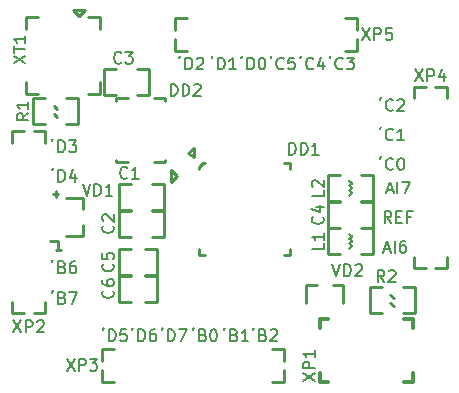
<source format=gbr>
G04 #@! TF.GenerationSoftware,KiCad,Pcbnew,(5.0.0-3-g5ebb6b6)*
G04 #@! TF.CreationDate,2019-02-10T22:35:18+03:00*
G04 #@! TF.ProjectId,mad,6D61642E6B696361645F706362000000,rev?*
G04 #@! TF.SameCoordinates,Original*
G04 #@! TF.FileFunction,Legend,Top*
G04 #@! TF.FilePolarity,Positive*
%FSLAX46Y46*%
G04 Gerber Fmt 4.6, Leading zero omitted, Abs format (unit mm)*
G04 Created by KiCad (PCBNEW (5.0.0-3-g5ebb6b6)) date *
%MOMM*%
%LPD*%
G01*
G04 APERTURE LIST*
%ADD10C,0.250000*%
%ADD11C,0.200000*%
%ADD12C,0.300000*%
G04 APERTURE END LIST*
D10*
X54500000Y-59750000D02*
X54500000Y-60250000D01*
X54250000Y-60000000D02*
X54750000Y-60000000D01*
X54750000Y-64750000D02*
X55000000Y-64750000D01*
X54750000Y-64750000D02*
X54500000Y-64750000D01*
X54750000Y-64000000D02*
X54750000Y-64750000D01*
X54000000Y-64000000D02*
X54750000Y-64000000D01*
D11*
X54226190Y-68340000D02*
X54226190Y-68292380D01*
X54273809Y-68197142D01*
X54321428Y-68149523D01*
X55083333Y-68768571D02*
X55226190Y-68816190D01*
X55273809Y-68863809D01*
X55321428Y-68959047D01*
X55321428Y-69101904D01*
X55273809Y-69197142D01*
X55226190Y-69244761D01*
X55130952Y-69292380D01*
X54750000Y-69292380D01*
X54750000Y-68292380D01*
X55083333Y-68292380D01*
X55178571Y-68340000D01*
X55226190Y-68387619D01*
X55273809Y-68482857D01*
X55273809Y-68578095D01*
X55226190Y-68673333D01*
X55178571Y-68720952D01*
X55083333Y-68768571D01*
X54750000Y-68768571D01*
X55654761Y-68292380D02*
X56321428Y-68292380D01*
X55892857Y-69292380D01*
X54226190Y-65750000D02*
X54226190Y-65702380D01*
X54273809Y-65607142D01*
X54321428Y-65559523D01*
X55083333Y-66178571D02*
X55226190Y-66226190D01*
X55273809Y-66273809D01*
X55321428Y-66369047D01*
X55321428Y-66511904D01*
X55273809Y-66607142D01*
X55226190Y-66654761D01*
X55130952Y-66702380D01*
X54750000Y-66702380D01*
X54750000Y-65702380D01*
X55083333Y-65702380D01*
X55178571Y-65750000D01*
X55226190Y-65797619D01*
X55273809Y-65892857D01*
X55273809Y-65988095D01*
X55226190Y-66083333D01*
X55178571Y-66130952D01*
X55083333Y-66178571D01*
X54750000Y-66178571D01*
X56178571Y-65702380D02*
X55988095Y-65702380D01*
X55892857Y-65750000D01*
X55845238Y-65797619D01*
X55750000Y-65940476D01*
X55702380Y-66130952D01*
X55702380Y-66511904D01*
X55750000Y-66607142D01*
X55797619Y-66654761D01*
X55892857Y-66702380D01*
X56083333Y-66702380D01*
X56178571Y-66654761D01*
X56226190Y-66607142D01*
X56273809Y-66511904D01*
X56273809Y-66273809D01*
X56226190Y-66178571D01*
X56178571Y-66130952D01*
X56083333Y-66083333D01*
X55892857Y-66083333D01*
X55797619Y-66130952D01*
X55750000Y-66178571D01*
X55702380Y-66273809D01*
X54226190Y-58000000D02*
X54226190Y-57952380D01*
X54273809Y-57857142D01*
X54321428Y-57809523D01*
X54750000Y-58952380D02*
X54750000Y-57952380D01*
X54988095Y-57952380D01*
X55130952Y-58000000D01*
X55226190Y-58095238D01*
X55273809Y-58190476D01*
X55321428Y-58380952D01*
X55321428Y-58523809D01*
X55273809Y-58714285D01*
X55226190Y-58809523D01*
X55130952Y-58904761D01*
X54988095Y-58952380D01*
X54750000Y-58952380D01*
X56178571Y-58285714D02*
X56178571Y-58952380D01*
X55940476Y-57904761D02*
X55702380Y-58619047D01*
X56321428Y-58619047D01*
X54226190Y-55500000D02*
X54226190Y-55452380D01*
X54273809Y-55357142D01*
X54321428Y-55309523D01*
X54750000Y-56452380D02*
X54750000Y-55452380D01*
X54988095Y-55452380D01*
X55130952Y-55500000D01*
X55226190Y-55595238D01*
X55273809Y-55690476D01*
X55321428Y-55880952D01*
X55321428Y-56023809D01*
X55273809Y-56214285D01*
X55226190Y-56309523D01*
X55130952Y-56404761D01*
X54988095Y-56452380D01*
X54750000Y-56452380D01*
X55654761Y-55452380D02*
X56273809Y-55452380D01*
X55940476Y-55833333D01*
X56083333Y-55833333D01*
X56178571Y-55880952D01*
X56226190Y-55928571D01*
X56273809Y-56023809D01*
X56273809Y-56261904D01*
X56226190Y-56357142D01*
X56178571Y-56404761D01*
X56083333Y-56452380D01*
X55797619Y-56452380D01*
X55702380Y-56404761D01*
X55654761Y-56357142D01*
X58496190Y-71500000D02*
X58496190Y-71452380D01*
X58543809Y-71357142D01*
X58591428Y-71309523D01*
X59020000Y-72452380D02*
X59020000Y-71452380D01*
X59258095Y-71452380D01*
X59400952Y-71500000D01*
X59496190Y-71595238D01*
X59543809Y-71690476D01*
X59591428Y-71880952D01*
X59591428Y-72023809D01*
X59543809Y-72214285D01*
X59496190Y-72309523D01*
X59400952Y-72404761D01*
X59258095Y-72452380D01*
X59020000Y-72452380D01*
X60496190Y-71452380D02*
X60020000Y-71452380D01*
X59972380Y-71928571D01*
X60020000Y-71880952D01*
X60115238Y-71833333D01*
X60353333Y-71833333D01*
X60448571Y-71880952D01*
X60496190Y-71928571D01*
X60543809Y-72023809D01*
X60543809Y-72261904D01*
X60496190Y-72357142D01*
X60448571Y-72404761D01*
X60353333Y-72452380D01*
X60115238Y-72452380D01*
X60020000Y-72404761D01*
X59972380Y-72357142D01*
X60996190Y-71500000D02*
X60996190Y-71452380D01*
X61043809Y-71357142D01*
X61091428Y-71309523D01*
X61520000Y-72452380D02*
X61520000Y-71452380D01*
X61758095Y-71452380D01*
X61900952Y-71500000D01*
X61996190Y-71595238D01*
X62043809Y-71690476D01*
X62091428Y-71880952D01*
X62091428Y-72023809D01*
X62043809Y-72214285D01*
X61996190Y-72309523D01*
X61900952Y-72404761D01*
X61758095Y-72452380D01*
X61520000Y-72452380D01*
X62948571Y-71452380D02*
X62758095Y-71452380D01*
X62662857Y-71500000D01*
X62615238Y-71547619D01*
X62520000Y-71690476D01*
X62472380Y-71880952D01*
X62472380Y-72261904D01*
X62520000Y-72357142D01*
X62567619Y-72404761D01*
X62662857Y-72452380D01*
X62853333Y-72452380D01*
X62948571Y-72404761D01*
X62996190Y-72357142D01*
X63043809Y-72261904D01*
X63043809Y-72023809D01*
X62996190Y-71928571D01*
X62948571Y-71880952D01*
X62853333Y-71833333D01*
X62662857Y-71833333D01*
X62567619Y-71880952D01*
X62520000Y-71928571D01*
X62472380Y-72023809D01*
X63496190Y-71500000D02*
X63496190Y-71452380D01*
X63543809Y-71357142D01*
X63591428Y-71309523D01*
X64020000Y-72452380D02*
X64020000Y-71452380D01*
X64258095Y-71452380D01*
X64400952Y-71500000D01*
X64496190Y-71595238D01*
X64543809Y-71690476D01*
X64591428Y-71880952D01*
X64591428Y-72023809D01*
X64543809Y-72214285D01*
X64496190Y-72309523D01*
X64400952Y-72404761D01*
X64258095Y-72452380D01*
X64020000Y-72452380D01*
X64924761Y-71452380D02*
X65591428Y-71452380D01*
X65162857Y-72452380D01*
X66116190Y-71500000D02*
X66116190Y-71452380D01*
X66163809Y-71357142D01*
X66211428Y-71309523D01*
X66973333Y-71928571D02*
X67116190Y-71976190D01*
X67163809Y-72023809D01*
X67211428Y-72119047D01*
X67211428Y-72261904D01*
X67163809Y-72357142D01*
X67116190Y-72404761D01*
X67020952Y-72452380D01*
X66640000Y-72452380D01*
X66640000Y-71452380D01*
X66973333Y-71452380D01*
X67068571Y-71500000D01*
X67116190Y-71547619D01*
X67163809Y-71642857D01*
X67163809Y-71738095D01*
X67116190Y-71833333D01*
X67068571Y-71880952D01*
X66973333Y-71928571D01*
X66640000Y-71928571D01*
X67830476Y-71452380D02*
X67925714Y-71452380D01*
X68020952Y-71500000D01*
X68068571Y-71547619D01*
X68116190Y-71642857D01*
X68163809Y-71833333D01*
X68163809Y-72071428D01*
X68116190Y-72261904D01*
X68068571Y-72357142D01*
X68020952Y-72404761D01*
X67925714Y-72452380D01*
X67830476Y-72452380D01*
X67735238Y-72404761D01*
X67687619Y-72357142D01*
X67640000Y-72261904D01*
X67592380Y-72071428D01*
X67592380Y-71833333D01*
X67640000Y-71642857D01*
X67687619Y-71547619D01*
X67735238Y-71500000D01*
X67830476Y-71452380D01*
X68776190Y-71500000D02*
X68776190Y-71452380D01*
X68823809Y-71357142D01*
X68871428Y-71309523D01*
X69633333Y-71928571D02*
X69776190Y-71976190D01*
X69823809Y-72023809D01*
X69871428Y-72119047D01*
X69871428Y-72261904D01*
X69823809Y-72357142D01*
X69776190Y-72404761D01*
X69680952Y-72452380D01*
X69300000Y-72452380D01*
X69300000Y-71452380D01*
X69633333Y-71452380D01*
X69728571Y-71500000D01*
X69776190Y-71547619D01*
X69823809Y-71642857D01*
X69823809Y-71738095D01*
X69776190Y-71833333D01*
X69728571Y-71880952D01*
X69633333Y-71928571D01*
X69300000Y-71928571D01*
X70823809Y-72452380D02*
X70252380Y-72452380D01*
X70538095Y-72452380D02*
X70538095Y-71452380D01*
X70442857Y-71595238D01*
X70347619Y-71690476D01*
X70252380Y-71738095D01*
X71226190Y-71500000D02*
X71226190Y-71452380D01*
X71273809Y-71357142D01*
X71321428Y-71309523D01*
X72083333Y-71928571D02*
X72226190Y-71976190D01*
X72273809Y-72023809D01*
X72321428Y-72119047D01*
X72321428Y-72261904D01*
X72273809Y-72357142D01*
X72226190Y-72404761D01*
X72130952Y-72452380D01*
X71750000Y-72452380D01*
X71750000Y-71452380D01*
X72083333Y-71452380D01*
X72178571Y-71500000D01*
X72226190Y-71547619D01*
X72273809Y-71642857D01*
X72273809Y-71738095D01*
X72226190Y-71833333D01*
X72178571Y-71880952D01*
X72083333Y-71928571D01*
X71750000Y-71928571D01*
X72702380Y-71547619D02*
X72750000Y-71500000D01*
X72845238Y-71452380D01*
X73083333Y-71452380D01*
X73178571Y-71500000D01*
X73226190Y-71547619D01*
X73273809Y-71642857D01*
X73273809Y-71738095D01*
X73226190Y-71880952D01*
X72654761Y-72452380D01*
X73273809Y-72452380D01*
X81976190Y-52000000D02*
X81976190Y-51952380D01*
X82023809Y-51857142D01*
X82071428Y-51809523D01*
X83071428Y-52857142D02*
X83023809Y-52904761D01*
X82880952Y-52952380D01*
X82785714Y-52952380D01*
X82642857Y-52904761D01*
X82547619Y-52809523D01*
X82500000Y-52714285D01*
X82452380Y-52523809D01*
X82452380Y-52380952D01*
X82500000Y-52190476D01*
X82547619Y-52095238D01*
X82642857Y-52000000D01*
X82785714Y-51952380D01*
X82880952Y-51952380D01*
X83023809Y-52000000D01*
X83071428Y-52047619D01*
X83452380Y-52047619D02*
X83500000Y-52000000D01*
X83595238Y-51952380D01*
X83833333Y-51952380D01*
X83928571Y-52000000D01*
X83976190Y-52047619D01*
X84023809Y-52142857D01*
X84023809Y-52238095D01*
X83976190Y-52380952D01*
X83404761Y-52952380D01*
X84023809Y-52952380D01*
X81976190Y-54500000D02*
X81976190Y-54452380D01*
X82023809Y-54357142D01*
X82071428Y-54309523D01*
X83071428Y-55357142D02*
X83023809Y-55404761D01*
X82880952Y-55452380D01*
X82785714Y-55452380D01*
X82642857Y-55404761D01*
X82547619Y-55309523D01*
X82500000Y-55214285D01*
X82452380Y-55023809D01*
X82452380Y-54880952D01*
X82500000Y-54690476D01*
X82547619Y-54595238D01*
X82642857Y-54500000D01*
X82785714Y-54452380D01*
X82880952Y-54452380D01*
X83023809Y-54500000D01*
X83071428Y-54547619D01*
X84023809Y-55452380D02*
X83452380Y-55452380D01*
X83738095Y-55452380D02*
X83738095Y-54452380D01*
X83642857Y-54595238D01*
X83547619Y-54690476D01*
X83452380Y-54738095D01*
X81976190Y-57000000D02*
X81976190Y-56952380D01*
X82023809Y-56857142D01*
X82071428Y-56809523D01*
X83071428Y-57857142D02*
X83023809Y-57904761D01*
X82880952Y-57952380D01*
X82785714Y-57952380D01*
X82642857Y-57904761D01*
X82547619Y-57809523D01*
X82500000Y-57714285D01*
X82452380Y-57523809D01*
X82452380Y-57380952D01*
X82500000Y-57190476D01*
X82547619Y-57095238D01*
X82642857Y-57000000D01*
X82785714Y-56952380D01*
X82880952Y-56952380D01*
X83023809Y-57000000D01*
X83071428Y-57047619D01*
X83690476Y-56952380D02*
X83785714Y-56952380D01*
X83880952Y-57000000D01*
X83928571Y-57047619D01*
X83976190Y-57142857D01*
X84023809Y-57333333D01*
X84023809Y-57571428D01*
X83976190Y-57761904D01*
X83928571Y-57857142D01*
X83880952Y-57904761D01*
X83785714Y-57952380D01*
X83690476Y-57952380D01*
X83595238Y-57904761D01*
X83547619Y-57857142D01*
X83500000Y-57761904D01*
X83452380Y-57571428D01*
X83452380Y-57333333D01*
X83500000Y-57142857D01*
X83547619Y-57047619D01*
X83595238Y-57000000D01*
X83690476Y-56952380D01*
X82928571Y-62452380D02*
X82595238Y-61976190D01*
X82357142Y-62452380D02*
X82357142Y-61452380D01*
X82738095Y-61452380D01*
X82833333Y-61500000D01*
X82880952Y-61547619D01*
X82928571Y-61642857D01*
X82928571Y-61785714D01*
X82880952Y-61880952D01*
X82833333Y-61928571D01*
X82738095Y-61976190D01*
X82357142Y-61976190D01*
X83357142Y-61928571D02*
X83690476Y-61928571D01*
X83833333Y-62452380D02*
X83357142Y-62452380D01*
X83357142Y-61452380D01*
X83833333Y-61452380D01*
X84595238Y-61928571D02*
X84261904Y-61928571D01*
X84261904Y-62452380D02*
X84261904Y-61452380D01*
X84738095Y-61452380D01*
X82297619Y-64666666D02*
X82773809Y-64666666D01*
X82202380Y-64952380D02*
X82535714Y-63952380D01*
X82869047Y-64952380D01*
X83202380Y-64952380D02*
X83202380Y-63952380D01*
X84107142Y-63952380D02*
X83916666Y-63952380D01*
X83821428Y-64000000D01*
X83773809Y-64047619D01*
X83678571Y-64190476D01*
X83630952Y-64380952D01*
X83630952Y-64761904D01*
X83678571Y-64857142D01*
X83726190Y-64904761D01*
X83821428Y-64952380D01*
X84011904Y-64952380D01*
X84107142Y-64904761D01*
X84154761Y-64857142D01*
X84202380Y-64761904D01*
X84202380Y-64523809D01*
X84154761Y-64428571D01*
X84107142Y-64380952D01*
X84011904Y-64333333D01*
X83821428Y-64333333D01*
X83726190Y-64380952D01*
X83678571Y-64428571D01*
X83630952Y-64523809D01*
X82547619Y-59666666D02*
X83023809Y-59666666D01*
X82452380Y-59952380D02*
X82785714Y-58952380D01*
X83119047Y-59952380D01*
X83452380Y-59952380D02*
X83452380Y-58952380D01*
X83833333Y-58952380D02*
X84500000Y-58952380D01*
X84071428Y-59952380D01*
X64976190Y-48500000D02*
X64976190Y-48452380D01*
X65023809Y-48357142D01*
X65071428Y-48309523D01*
X65500000Y-49452380D02*
X65500000Y-48452380D01*
X65738095Y-48452380D01*
X65880952Y-48500000D01*
X65976190Y-48595238D01*
X66023809Y-48690476D01*
X66071428Y-48880952D01*
X66071428Y-49023809D01*
X66023809Y-49214285D01*
X65976190Y-49309523D01*
X65880952Y-49404761D01*
X65738095Y-49452380D01*
X65500000Y-49452380D01*
X66452380Y-48547619D02*
X66500000Y-48500000D01*
X66595238Y-48452380D01*
X66833333Y-48452380D01*
X66928571Y-48500000D01*
X66976190Y-48547619D01*
X67023809Y-48642857D01*
X67023809Y-48738095D01*
X66976190Y-48880952D01*
X66404761Y-49452380D01*
X67023809Y-49452380D01*
X67726190Y-48500000D02*
X67726190Y-48452380D01*
X67773809Y-48357142D01*
X67821428Y-48309523D01*
X68250000Y-49452380D02*
X68250000Y-48452380D01*
X68488095Y-48452380D01*
X68630952Y-48500000D01*
X68726190Y-48595238D01*
X68773809Y-48690476D01*
X68821428Y-48880952D01*
X68821428Y-49023809D01*
X68773809Y-49214285D01*
X68726190Y-49309523D01*
X68630952Y-49404761D01*
X68488095Y-49452380D01*
X68250000Y-49452380D01*
X69773809Y-49452380D02*
X69202380Y-49452380D01*
X69488095Y-49452380D02*
X69488095Y-48452380D01*
X69392857Y-48595238D01*
X69297619Y-48690476D01*
X69202380Y-48738095D01*
X70226190Y-48500000D02*
X70226190Y-48452380D01*
X70273809Y-48357142D01*
X70321428Y-48309523D01*
X70750000Y-49452380D02*
X70750000Y-48452380D01*
X70988095Y-48452380D01*
X71130952Y-48500000D01*
X71226190Y-48595238D01*
X71273809Y-48690476D01*
X71321428Y-48880952D01*
X71321428Y-49023809D01*
X71273809Y-49214285D01*
X71226190Y-49309523D01*
X71130952Y-49404761D01*
X70988095Y-49452380D01*
X70750000Y-49452380D01*
X71940476Y-48452380D02*
X72035714Y-48452380D01*
X72130952Y-48500000D01*
X72178571Y-48547619D01*
X72226190Y-48642857D01*
X72273809Y-48833333D01*
X72273809Y-49071428D01*
X72226190Y-49261904D01*
X72178571Y-49357142D01*
X72130952Y-49404761D01*
X72035714Y-49452380D01*
X71940476Y-49452380D01*
X71845238Y-49404761D01*
X71797619Y-49357142D01*
X71750000Y-49261904D01*
X71702380Y-49071428D01*
X71702380Y-48833333D01*
X71750000Y-48642857D01*
X71797619Y-48547619D01*
X71845238Y-48500000D01*
X71940476Y-48452380D01*
X72726190Y-48500000D02*
X72726190Y-48452380D01*
X72773809Y-48357142D01*
X72821428Y-48309523D01*
X73821428Y-49357142D02*
X73773809Y-49404761D01*
X73630952Y-49452380D01*
X73535714Y-49452380D01*
X73392857Y-49404761D01*
X73297619Y-49309523D01*
X73250000Y-49214285D01*
X73202380Y-49023809D01*
X73202380Y-48880952D01*
X73250000Y-48690476D01*
X73297619Y-48595238D01*
X73392857Y-48500000D01*
X73535714Y-48452380D01*
X73630952Y-48452380D01*
X73773809Y-48500000D01*
X73821428Y-48547619D01*
X74726190Y-48452380D02*
X74250000Y-48452380D01*
X74202380Y-48928571D01*
X74250000Y-48880952D01*
X74345238Y-48833333D01*
X74583333Y-48833333D01*
X74678571Y-48880952D01*
X74726190Y-48928571D01*
X74773809Y-49023809D01*
X74773809Y-49261904D01*
X74726190Y-49357142D01*
X74678571Y-49404761D01*
X74583333Y-49452380D01*
X74345238Y-49452380D01*
X74250000Y-49404761D01*
X74202380Y-49357142D01*
X75226190Y-48500000D02*
X75226190Y-48452380D01*
X75273809Y-48357142D01*
X75321428Y-48309523D01*
X76321428Y-49357142D02*
X76273809Y-49404761D01*
X76130952Y-49452380D01*
X76035714Y-49452380D01*
X75892857Y-49404761D01*
X75797619Y-49309523D01*
X75750000Y-49214285D01*
X75702380Y-49023809D01*
X75702380Y-48880952D01*
X75750000Y-48690476D01*
X75797619Y-48595238D01*
X75892857Y-48500000D01*
X76035714Y-48452380D01*
X76130952Y-48452380D01*
X76273809Y-48500000D01*
X76321428Y-48547619D01*
X77178571Y-48785714D02*
X77178571Y-49452380D01*
X76940476Y-48404761D02*
X76702380Y-49119047D01*
X77321428Y-49119047D01*
X77726190Y-48500000D02*
X77726190Y-48452380D01*
X77773809Y-48357142D01*
X77821428Y-48309523D01*
X78821428Y-49357142D02*
X78773809Y-49404761D01*
X78630952Y-49452380D01*
X78535714Y-49452380D01*
X78392857Y-49404761D01*
X78297619Y-49309523D01*
X78250000Y-49214285D01*
X78202380Y-49023809D01*
X78202380Y-48880952D01*
X78250000Y-48690476D01*
X78297619Y-48595238D01*
X78392857Y-48500000D01*
X78535714Y-48452380D01*
X78630952Y-48452380D01*
X78773809Y-48500000D01*
X78821428Y-48547619D01*
X79154761Y-48452380D02*
X79773809Y-48452380D01*
X79440476Y-48833333D01*
X79583333Y-48833333D01*
X79678571Y-48880952D01*
X79726190Y-48928571D01*
X79773809Y-49023809D01*
X79773809Y-49261904D01*
X79726190Y-49357142D01*
X79678571Y-49404761D01*
X79583333Y-49452380D01*
X79297619Y-49452380D01*
X79202380Y-49404761D01*
X79154761Y-49357142D01*
D10*
G04 #@! TO.C,DD2*
X66256000Y-56095000D02*
X66256000Y-56895000D01*
X65756000Y-56495000D02*
X66256000Y-56095000D01*
X65756000Y-56495000D02*
X66256000Y-56895000D01*
X63806000Y-57295000D02*
X62806000Y-57295000D01*
X63806000Y-57095000D02*
X63806000Y-57295000D01*
X59606000Y-57295000D02*
X60606000Y-57295000D01*
X59606000Y-57095000D02*
X59606000Y-57295000D01*
X59606000Y-51895000D02*
X60606000Y-51895000D01*
X59606000Y-52095000D02*
X59606000Y-51895000D01*
X63806000Y-51895000D02*
X62806000Y-51895000D01*
X63806000Y-52095000D02*
X63806000Y-51895000D01*
G04 #@! TO.C,DD1*
X64300000Y-58000000D02*
X64300000Y-59000000D01*
X64300000Y-58000000D02*
X64800000Y-58500000D01*
X64800000Y-58500000D02*
X64300000Y-59000000D01*
X66950000Y-57400000D02*
X67150000Y-57400000D01*
X66650000Y-57700000D02*
X66650000Y-57900000D01*
X74350000Y-57400000D02*
X73850000Y-57400000D01*
X74350000Y-57400000D02*
X74350000Y-57900000D01*
X74350000Y-65150000D02*
X74350000Y-64650000D01*
X74350000Y-65150000D02*
X73850000Y-65150000D01*
X66650000Y-65150000D02*
X66650000Y-64650000D01*
X66650000Y-65150000D02*
X67150000Y-65150000D01*
X66650000Y-57700000D02*
X66950000Y-57400000D01*
G04 #@! TO.C,C1*
X59850000Y-59150000D02*
X60850000Y-59150000D01*
X63650000Y-59150000D02*
X62650000Y-59150000D01*
X63650000Y-61350000D02*
X62650000Y-61350000D01*
X59850000Y-61350000D02*
X60850000Y-61350000D01*
X63650000Y-59150000D02*
X63650000Y-61350000D01*
X59850000Y-61350000D02*
X59850000Y-59150000D01*
G04 #@! TO.C,C2*
X59850000Y-63600000D02*
X59850000Y-61400000D01*
X63650000Y-61400000D02*
X63650000Y-63600000D01*
X59850000Y-63600000D02*
X60850000Y-63600000D01*
X63650000Y-63600000D02*
X62650000Y-63600000D01*
X63650000Y-61400000D02*
X62650000Y-61400000D01*
X59850000Y-61400000D02*
X60850000Y-61400000D01*
G04 #@! TO.C,C3*
X58600000Y-49400000D02*
X59600000Y-49400000D01*
X62400000Y-49400000D02*
X61400000Y-49400000D01*
X62400000Y-51600000D02*
X61400000Y-51600000D01*
X58600000Y-51600000D02*
X59600000Y-51600000D01*
X62400000Y-49400000D02*
X62400000Y-51600000D01*
X58600000Y-51600000D02*
X58600000Y-49400000D01*
G04 #@! TO.C,C4*
X81400000Y-60650000D02*
X81400000Y-62850000D01*
X77600000Y-62850000D02*
X77600000Y-60650000D01*
X81400000Y-60650000D02*
X80400000Y-60650000D01*
X77600000Y-60650000D02*
X78600000Y-60650000D01*
X77600000Y-62850000D02*
X78600000Y-62850000D01*
X81400000Y-62850000D02*
X80400000Y-62850000D01*
G04 #@! TO.C,C5*
X63050000Y-66850000D02*
X62050000Y-66850000D01*
X63050000Y-66850000D02*
X63050000Y-64650000D01*
X63050000Y-64650000D02*
X62050000Y-64650000D01*
X59850000Y-66850000D02*
X59850000Y-64650000D01*
X59850000Y-66850000D02*
X60850000Y-66850000D01*
X59850000Y-64650000D02*
X60850000Y-64650000D01*
G04 #@! TO.C,C6*
X59850000Y-66900000D02*
X60850000Y-66900000D01*
X59850000Y-69100000D02*
X60850000Y-69100000D01*
X59850000Y-69100000D02*
X59850000Y-66900000D01*
X63050000Y-66900000D02*
X62050000Y-66900000D01*
X63050000Y-69100000D02*
X63050000Y-66900000D01*
X63050000Y-69100000D02*
X62050000Y-69100000D01*
G04 #@! TO.C,L1*
X79400000Y-63800000D02*
G75*
G03X79600000Y-63600000I0J200000D01*
G01*
X79600000Y-63600000D02*
G75*
G03X79400000Y-63400000I-200000J0D01*
G01*
X79600000Y-64000000D02*
G75*
G03X79400000Y-63800000I-200000J0D01*
G01*
X79400000Y-64200000D02*
G75*
G03X79600000Y-64000000I0J200000D01*
G01*
X79600000Y-64400000D02*
G75*
G03X79400000Y-64200000I-200000J0D01*
G01*
X79400000Y-64600000D02*
G75*
G03X79600000Y-64400000I0J200000D01*
G01*
X77600000Y-65100000D02*
X77600000Y-62900000D01*
X81400000Y-62900000D02*
X81400000Y-65100000D01*
X77600000Y-65100000D02*
X78600000Y-65100000D01*
X81400000Y-65100000D02*
X80400000Y-65100000D01*
X81400000Y-62900000D02*
X80400000Y-62900000D01*
X77600000Y-62900000D02*
X78600000Y-62900000D01*
G04 #@! TO.C,L2*
X77600000Y-58400000D02*
X78600000Y-58400000D01*
X81400000Y-58400000D02*
X80400000Y-58400000D01*
X81400000Y-60600000D02*
X80400000Y-60600000D01*
X77600000Y-60600000D02*
X78600000Y-60600000D01*
X81400000Y-58400000D02*
X81400000Y-60600000D01*
X77600000Y-60600000D02*
X77600000Y-58400000D01*
X79400000Y-60100000D02*
G75*
G03X79600000Y-59900000I0J200000D01*
G01*
X79600000Y-59900000D02*
G75*
G03X79400000Y-59700000I-200000J0D01*
G01*
X79400000Y-59700000D02*
G75*
G03X79600000Y-59500000I0J200000D01*
G01*
X79600000Y-59500000D02*
G75*
G03X79400000Y-59300000I-200000J0D01*
G01*
X79600000Y-59100000D02*
G75*
G03X79400000Y-58900000I-200000J0D01*
G01*
X79400000Y-59300000D02*
G75*
G03X79600000Y-59100000I0J200000D01*
G01*
G04 #@! TO.C,R1*
X54650000Y-52800000D02*
X54350000Y-52550000D01*
X54650000Y-53450000D02*
X54350000Y-53200000D01*
X56400000Y-51900000D02*
X56400000Y-54100000D01*
X52600000Y-54100000D02*
X52600000Y-51900000D01*
X56400000Y-51900000D02*
X55400000Y-51900000D01*
X52600000Y-51900000D02*
X53600000Y-51900000D01*
X52600000Y-54100000D02*
X53600000Y-54100000D01*
X56400000Y-54100000D02*
X55400000Y-54100000D01*
G04 #@! TO.C,R2*
X84900000Y-70100000D02*
X83900000Y-70100000D01*
X81100000Y-70100000D02*
X82100000Y-70100000D01*
X81100000Y-67900000D02*
X82100000Y-67900000D01*
X84900000Y-67900000D02*
X83900000Y-67900000D01*
X81100000Y-70100000D02*
X81100000Y-67900000D01*
X84900000Y-67900000D02*
X84900000Y-70100000D01*
X83150000Y-69450000D02*
X82850000Y-69200000D01*
X83150000Y-68800000D02*
X82850000Y-68550000D01*
G04 #@! TO.C,VD1*
X56860000Y-63530000D02*
X56860000Y-62600000D01*
X56860000Y-60370000D02*
X56860000Y-61300000D01*
X56860000Y-63530000D02*
X55400000Y-63530000D01*
X56860000Y-60370000D02*
X55400000Y-60370000D01*
G04 #@! TO.C,VD2*
X75720000Y-67740000D02*
X75720000Y-69200000D01*
X78880000Y-67740000D02*
X78880000Y-69200000D01*
X75720000Y-67740000D02*
X76650000Y-67740000D01*
X78880000Y-67740000D02*
X77950000Y-67740000D01*
D12*
G04 #@! TO.C,XP1*
X76850000Y-75150000D02*
X76850000Y-75900000D01*
X84750000Y-71350000D02*
X84750000Y-70600000D01*
X84750000Y-75150000D02*
X84750000Y-75900000D01*
X76850000Y-70600000D02*
X77600000Y-70600000D01*
X76850000Y-70600000D02*
X76850000Y-71350000D01*
X76850000Y-75900000D02*
X77600000Y-75900000D01*
X84750000Y-75900000D02*
X84000000Y-75900000D01*
X84750000Y-70600000D02*
X84000000Y-70600000D01*
D10*
G04 #@! TO.C,XP2*
X53650000Y-54700000D02*
X53650000Y-55700000D01*
X53650000Y-54700000D02*
X52650000Y-54700000D01*
X51850000Y-54700000D02*
X50850000Y-54700000D01*
X50850000Y-54700000D02*
X50850000Y-55700000D01*
X53650000Y-69100000D02*
X53650000Y-70100000D01*
X51850000Y-70100000D02*
X50850000Y-70100000D01*
X53650000Y-70100000D02*
X52650000Y-70100000D01*
X50850000Y-70100000D02*
X50850000Y-69100000D01*
G04 #@! TO.C,XP3*
X73850000Y-75900000D02*
X72850000Y-75900000D01*
X73850000Y-73100000D02*
X73850000Y-74100000D01*
X73850000Y-74900000D02*
X73850000Y-75900000D01*
X72850000Y-73100000D02*
X73850000Y-73100000D01*
X58450000Y-75900000D02*
X59450000Y-75900000D01*
X58450000Y-74900000D02*
X58450000Y-75900000D01*
X58450000Y-73100000D02*
X58450000Y-74100000D01*
X58450000Y-73100000D02*
X59450000Y-73100000D01*
G04 #@! TO.C,XP4*
X87650000Y-50900000D02*
X87650000Y-51900000D01*
X84850000Y-50900000D02*
X85850000Y-50900000D01*
X86650000Y-50900000D02*
X87650000Y-50900000D01*
X84850000Y-51900000D02*
X84850000Y-50900000D01*
X87650000Y-66300000D02*
X87650000Y-65300000D01*
X86650000Y-66300000D02*
X87650000Y-66300000D01*
X84850000Y-66300000D02*
X85850000Y-66300000D01*
X84850000Y-66300000D02*
X84850000Y-65300000D01*
G04 #@! TO.C,XP5*
X80050000Y-47900000D02*
X79050000Y-47900000D01*
X80050000Y-47900000D02*
X80050000Y-46900000D01*
X80050000Y-46100000D02*
X80050000Y-45100000D01*
X80050000Y-45100000D02*
X79050000Y-45100000D01*
X65650000Y-47900000D02*
X64650000Y-47900000D01*
X64650000Y-46100000D02*
X64650000Y-45100000D01*
X64650000Y-47900000D02*
X64650000Y-46900000D01*
X64650000Y-45100000D02*
X65650000Y-45100000D01*
G04 #@! TO.C,XT1*
X52000000Y-45000000D02*
X52000000Y-46000000D01*
X52000000Y-51500000D02*
X52000000Y-50500000D01*
X52000000Y-51500000D02*
X53000000Y-51500000D01*
X58250000Y-51500000D02*
X57250000Y-51500000D01*
X58250000Y-51500000D02*
X58250000Y-50500000D01*
X52000000Y-45000000D02*
X53000000Y-45000000D01*
X58250000Y-45000000D02*
X57250000Y-45000000D01*
X58250000Y-45000000D02*
X58250000Y-46000000D01*
X56500000Y-44950000D02*
X57000000Y-44450000D01*
X57000000Y-44450000D02*
X56000000Y-44450000D01*
X56000000Y-44450000D02*
X56500000Y-44950000D01*
G04 #@! TO.C,DD2*
D11*
X64261904Y-51702380D02*
X64261904Y-50702380D01*
X64500000Y-50702380D01*
X64642857Y-50750000D01*
X64738095Y-50845238D01*
X64785714Y-50940476D01*
X64833333Y-51130952D01*
X64833333Y-51273809D01*
X64785714Y-51464285D01*
X64738095Y-51559523D01*
X64642857Y-51654761D01*
X64500000Y-51702380D01*
X64261904Y-51702380D01*
X65261904Y-51702380D02*
X65261904Y-50702380D01*
X65500000Y-50702380D01*
X65642857Y-50750000D01*
X65738095Y-50845238D01*
X65785714Y-50940476D01*
X65833333Y-51130952D01*
X65833333Y-51273809D01*
X65785714Y-51464285D01*
X65738095Y-51559523D01*
X65642857Y-51654761D01*
X65500000Y-51702380D01*
X65261904Y-51702380D01*
X66214285Y-50797619D02*
X66261904Y-50750000D01*
X66357142Y-50702380D01*
X66595238Y-50702380D01*
X66690476Y-50750000D01*
X66738095Y-50797619D01*
X66785714Y-50892857D01*
X66785714Y-50988095D01*
X66738095Y-51130952D01*
X66166666Y-51702380D01*
X66785714Y-51702380D01*
G04 #@! TO.C,DD1*
X74261904Y-56652380D02*
X74261904Y-55652380D01*
X74500000Y-55652380D01*
X74642857Y-55700000D01*
X74738095Y-55795238D01*
X74785714Y-55890476D01*
X74833333Y-56080952D01*
X74833333Y-56223809D01*
X74785714Y-56414285D01*
X74738095Y-56509523D01*
X74642857Y-56604761D01*
X74500000Y-56652380D01*
X74261904Y-56652380D01*
X75261904Y-56652380D02*
X75261904Y-55652380D01*
X75500000Y-55652380D01*
X75642857Y-55700000D01*
X75738095Y-55795238D01*
X75785714Y-55890476D01*
X75833333Y-56080952D01*
X75833333Y-56223809D01*
X75785714Y-56414285D01*
X75738095Y-56509523D01*
X75642857Y-56604761D01*
X75500000Y-56652380D01*
X75261904Y-56652380D01*
X76785714Y-56652380D02*
X76214285Y-56652380D01*
X76500000Y-56652380D02*
X76500000Y-55652380D01*
X76404761Y-55795238D01*
X76309523Y-55890476D01*
X76214285Y-55938095D01*
G04 #@! TO.C,C1*
X60583333Y-58607142D02*
X60535714Y-58654761D01*
X60392857Y-58702380D01*
X60297619Y-58702380D01*
X60154761Y-58654761D01*
X60059523Y-58559523D01*
X60011904Y-58464285D01*
X59964285Y-58273809D01*
X59964285Y-58130952D01*
X60011904Y-57940476D01*
X60059523Y-57845238D01*
X60154761Y-57750000D01*
X60297619Y-57702380D01*
X60392857Y-57702380D01*
X60535714Y-57750000D01*
X60583333Y-57797619D01*
X61535714Y-58702380D02*
X60964285Y-58702380D01*
X61250000Y-58702380D02*
X61250000Y-57702380D01*
X61154761Y-57845238D01*
X61059523Y-57940476D01*
X60964285Y-57988095D01*
G04 #@! TO.C,C2*
X59357142Y-62666666D02*
X59404761Y-62714285D01*
X59452380Y-62857142D01*
X59452380Y-62952380D01*
X59404761Y-63095238D01*
X59309523Y-63190476D01*
X59214285Y-63238095D01*
X59023809Y-63285714D01*
X58880952Y-63285714D01*
X58690476Y-63238095D01*
X58595238Y-63190476D01*
X58500000Y-63095238D01*
X58452380Y-62952380D01*
X58452380Y-62857142D01*
X58500000Y-62714285D01*
X58547619Y-62666666D01*
X58547619Y-62285714D02*
X58500000Y-62238095D01*
X58452380Y-62142857D01*
X58452380Y-61904761D01*
X58500000Y-61809523D01*
X58547619Y-61761904D01*
X58642857Y-61714285D01*
X58738095Y-61714285D01*
X58880952Y-61761904D01*
X59452380Y-62333333D01*
X59452380Y-61714285D01*
G04 #@! TO.C,C3*
X60083333Y-48857142D02*
X60035714Y-48904761D01*
X59892857Y-48952380D01*
X59797619Y-48952380D01*
X59654761Y-48904761D01*
X59559523Y-48809523D01*
X59511904Y-48714285D01*
X59464285Y-48523809D01*
X59464285Y-48380952D01*
X59511904Y-48190476D01*
X59559523Y-48095238D01*
X59654761Y-48000000D01*
X59797619Y-47952380D01*
X59892857Y-47952380D01*
X60035714Y-48000000D01*
X60083333Y-48047619D01*
X60416666Y-47952380D02*
X61035714Y-47952380D01*
X60702380Y-48333333D01*
X60845238Y-48333333D01*
X60940476Y-48380952D01*
X60988095Y-48428571D01*
X61035714Y-48523809D01*
X61035714Y-48761904D01*
X60988095Y-48857142D01*
X60940476Y-48904761D01*
X60845238Y-48952380D01*
X60559523Y-48952380D01*
X60464285Y-48904761D01*
X60416666Y-48857142D01*
G04 #@! TO.C,C4*
X77107142Y-61916666D02*
X77154761Y-61964285D01*
X77202380Y-62107142D01*
X77202380Y-62202380D01*
X77154761Y-62345238D01*
X77059523Y-62440476D01*
X76964285Y-62488095D01*
X76773809Y-62535714D01*
X76630952Y-62535714D01*
X76440476Y-62488095D01*
X76345238Y-62440476D01*
X76250000Y-62345238D01*
X76202380Y-62202380D01*
X76202380Y-62107142D01*
X76250000Y-61964285D01*
X76297619Y-61916666D01*
X76535714Y-61059523D02*
X77202380Y-61059523D01*
X76154761Y-61297619D02*
X76869047Y-61535714D01*
X76869047Y-60916666D01*
G04 #@! TO.C,C5*
X59357142Y-65916666D02*
X59404761Y-65964285D01*
X59452380Y-66107142D01*
X59452380Y-66202380D01*
X59404761Y-66345238D01*
X59309523Y-66440476D01*
X59214285Y-66488095D01*
X59023809Y-66535714D01*
X58880952Y-66535714D01*
X58690476Y-66488095D01*
X58595238Y-66440476D01*
X58500000Y-66345238D01*
X58452380Y-66202380D01*
X58452380Y-66107142D01*
X58500000Y-65964285D01*
X58547619Y-65916666D01*
X58452380Y-65011904D02*
X58452380Y-65488095D01*
X58928571Y-65535714D01*
X58880952Y-65488095D01*
X58833333Y-65392857D01*
X58833333Y-65154761D01*
X58880952Y-65059523D01*
X58928571Y-65011904D01*
X59023809Y-64964285D01*
X59261904Y-64964285D01*
X59357142Y-65011904D01*
X59404761Y-65059523D01*
X59452380Y-65154761D01*
X59452380Y-65392857D01*
X59404761Y-65488095D01*
X59357142Y-65535714D01*
G04 #@! TO.C,C6*
X59357142Y-68166666D02*
X59404761Y-68214285D01*
X59452380Y-68357142D01*
X59452380Y-68452380D01*
X59404761Y-68595238D01*
X59309523Y-68690476D01*
X59214285Y-68738095D01*
X59023809Y-68785714D01*
X58880952Y-68785714D01*
X58690476Y-68738095D01*
X58595238Y-68690476D01*
X58500000Y-68595238D01*
X58452380Y-68452380D01*
X58452380Y-68357142D01*
X58500000Y-68214285D01*
X58547619Y-68166666D01*
X58452380Y-67309523D02*
X58452380Y-67500000D01*
X58500000Y-67595238D01*
X58547619Y-67642857D01*
X58690476Y-67738095D01*
X58880952Y-67785714D01*
X59261904Y-67785714D01*
X59357142Y-67738095D01*
X59404761Y-67690476D01*
X59452380Y-67595238D01*
X59452380Y-67404761D01*
X59404761Y-67309523D01*
X59357142Y-67261904D01*
X59261904Y-67214285D01*
X59023809Y-67214285D01*
X58928571Y-67261904D01*
X58880952Y-67309523D01*
X58833333Y-67404761D01*
X58833333Y-67595238D01*
X58880952Y-67690476D01*
X58928571Y-67738095D01*
X59023809Y-67785714D01*
G04 #@! TO.C,L1*
X77202380Y-64166666D02*
X77202380Y-64642857D01*
X76202380Y-64642857D01*
X77202380Y-63309523D02*
X77202380Y-63880952D01*
X77202380Y-63595238D02*
X76202380Y-63595238D01*
X76345238Y-63690476D01*
X76440476Y-63785714D01*
X76488095Y-63880952D01*
G04 #@! TO.C,L2*
X77202380Y-59666666D02*
X77202380Y-60142857D01*
X76202380Y-60142857D01*
X76297619Y-59380952D02*
X76250000Y-59333333D01*
X76202380Y-59238095D01*
X76202380Y-59000000D01*
X76250000Y-58904761D01*
X76297619Y-58857142D01*
X76392857Y-58809523D01*
X76488095Y-58809523D01*
X76630952Y-58857142D01*
X77202380Y-59428571D01*
X77202380Y-58809523D01*
G04 #@! TO.C,R1*
X52202380Y-53166666D02*
X51726190Y-53500000D01*
X52202380Y-53738095D02*
X51202380Y-53738095D01*
X51202380Y-53357142D01*
X51250000Y-53261904D01*
X51297619Y-53214285D01*
X51392857Y-53166666D01*
X51535714Y-53166666D01*
X51630952Y-53214285D01*
X51678571Y-53261904D01*
X51726190Y-53357142D01*
X51726190Y-53738095D01*
X52202380Y-52214285D02*
X52202380Y-52785714D01*
X52202380Y-52500000D02*
X51202380Y-52500000D01*
X51345238Y-52595238D01*
X51440476Y-52690476D01*
X51488095Y-52785714D01*
G04 #@! TO.C,R2*
X82333333Y-67452380D02*
X82000000Y-66976190D01*
X81761904Y-67452380D02*
X81761904Y-66452380D01*
X82142857Y-66452380D01*
X82238095Y-66500000D01*
X82285714Y-66547619D01*
X82333333Y-66642857D01*
X82333333Y-66785714D01*
X82285714Y-66880952D01*
X82238095Y-66928571D01*
X82142857Y-66976190D01*
X81761904Y-66976190D01*
X82714285Y-66547619D02*
X82761904Y-66500000D01*
X82857142Y-66452380D01*
X83095238Y-66452380D01*
X83190476Y-66500000D01*
X83238095Y-66547619D01*
X83285714Y-66642857D01*
X83285714Y-66738095D01*
X83238095Y-66880952D01*
X82666666Y-67452380D01*
X83285714Y-67452380D01*
G04 #@! TO.C,VD1*
X56790476Y-59152380D02*
X57123809Y-60152380D01*
X57457142Y-59152380D01*
X57790476Y-60152380D02*
X57790476Y-59152380D01*
X58028571Y-59152380D01*
X58171428Y-59200000D01*
X58266666Y-59295238D01*
X58314285Y-59390476D01*
X58361904Y-59580952D01*
X58361904Y-59723809D01*
X58314285Y-59914285D01*
X58266666Y-60009523D01*
X58171428Y-60104761D01*
X58028571Y-60152380D01*
X57790476Y-60152380D01*
X59314285Y-60152380D02*
X58742857Y-60152380D01*
X59028571Y-60152380D02*
X59028571Y-59152380D01*
X58933333Y-59295238D01*
X58838095Y-59390476D01*
X58742857Y-59438095D01*
G04 #@! TO.C,VD2*
X77940476Y-65952380D02*
X78273809Y-66952380D01*
X78607142Y-65952380D01*
X78940476Y-66952380D02*
X78940476Y-65952380D01*
X79178571Y-65952380D01*
X79321428Y-66000000D01*
X79416666Y-66095238D01*
X79464285Y-66190476D01*
X79511904Y-66380952D01*
X79511904Y-66523809D01*
X79464285Y-66714285D01*
X79416666Y-66809523D01*
X79321428Y-66904761D01*
X79178571Y-66952380D01*
X78940476Y-66952380D01*
X79892857Y-66047619D02*
X79940476Y-66000000D01*
X80035714Y-65952380D01*
X80273809Y-65952380D01*
X80369047Y-66000000D01*
X80416666Y-66047619D01*
X80464285Y-66142857D01*
X80464285Y-66238095D01*
X80416666Y-66380952D01*
X79845238Y-66952380D01*
X80464285Y-66952380D01*
G04 #@! TO.C,XP1*
X75452380Y-75809523D02*
X76452380Y-75142857D01*
X75452380Y-75142857D02*
X76452380Y-75809523D01*
X76452380Y-74761904D02*
X75452380Y-74761904D01*
X75452380Y-74380952D01*
X75500000Y-74285714D01*
X75547619Y-74238095D01*
X75642857Y-74190476D01*
X75785714Y-74190476D01*
X75880952Y-74238095D01*
X75928571Y-74285714D01*
X75976190Y-74380952D01*
X75976190Y-74761904D01*
X76452380Y-73238095D02*
X76452380Y-73809523D01*
X76452380Y-73523809D02*
X75452380Y-73523809D01*
X75595238Y-73619047D01*
X75690476Y-73714285D01*
X75738095Y-73809523D01*
G04 #@! TO.C,XP2*
X50940476Y-70702380D02*
X51607142Y-71702380D01*
X51607142Y-70702380D02*
X50940476Y-71702380D01*
X51988095Y-71702380D02*
X51988095Y-70702380D01*
X52369047Y-70702380D01*
X52464285Y-70750000D01*
X52511904Y-70797619D01*
X52559523Y-70892857D01*
X52559523Y-71035714D01*
X52511904Y-71130952D01*
X52464285Y-71178571D01*
X52369047Y-71226190D01*
X51988095Y-71226190D01*
X52940476Y-70797619D02*
X52988095Y-70750000D01*
X53083333Y-70702380D01*
X53321428Y-70702380D01*
X53416666Y-70750000D01*
X53464285Y-70797619D01*
X53511904Y-70892857D01*
X53511904Y-70988095D01*
X53464285Y-71130952D01*
X52892857Y-71702380D01*
X53511904Y-71702380D01*
G04 #@! TO.C,XP3*
X55440476Y-73952380D02*
X56107142Y-74952380D01*
X56107142Y-73952380D02*
X55440476Y-74952380D01*
X56488095Y-74952380D02*
X56488095Y-73952380D01*
X56869047Y-73952380D01*
X56964285Y-74000000D01*
X57011904Y-74047619D01*
X57059523Y-74142857D01*
X57059523Y-74285714D01*
X57011904Y-74380952D01*
X56964285Y-74428571D01*
X56869047Y-74476190D01*
X56488095Y-74476190D01*
X57392857Y-73952380D02*
X58011904Y-73952380D01*
X57678571Y-74333333D01*
X57821428Y-74333333D01*
X57916666Y-74380952D01*
X57964285Y-74428571D01*
X58011904Y-74523809D01*
X58011904Y-74761904D01*
X57964285Y-74857142D01*
X57916666Y-74904761D01*
X57821428Y-74952380D01*
X57535714Y-74952380D01*
X57440476Y-74904761D01*
X57392857Y-74857142D01*
G04 #@! TO.C,XP4*
X84940476Y-49452380D02*
X85607142Y-50452380D01*
X85607142Y-49452380D02*
X84940476Y-50452380D01*
X85988095Y-50452380D02*
X85988095Y-49452380D01*
X86369047Y-49452380D01*
X86464285Y-49500000D01*
X86511904Y-49547619D01*
X86559523Y-49642857D01*
X86559523Y-49785714D01*
X86511904Y-49880952D01*
X86464285Y-49928571D01*
X86369047Y-49976190D01*
X85988095Y-49976190D01*
X87416666Y-49785714D02*
X87416666Y-50452380D01*
X87178571Y-49404761D02*
X86940476Y-50119047D01*
X87559523Y-50119047D01*
G04 #@! TO.C,XP5*
X80440476Y-45952380D02*
X81107142Y-46952380D01*
X81107142Y-45952380D02*
X80440476Y-46952380D01*
X81488095Y-46952380D02*
X81488095Y-45952380D01*
X81869047Y-45952380D01*
X81964285Y-46000000D01*
X82011904Y-46047619D01*
X82059523Y-46142857D01*
X82059523Y-46285714D01*
X82011904Y-46380952D01*
X81964285Y-46428571D01*
X81869047Y-46476190D01*
X81488095Y-46476190D01*
X82964285Y-45952380D02*
X82488095Y-45952380D01*
X82440476Y-46428571D01*
X82488095Y-46380952D01*
X82583333Y-46333333D01*
X82821428Y-46333333D01*
X82916666Y-46380952D01*
X82964285Y-46428571D01*
X83011904Y-46523809D01*
X83011904Y-46761904D01*
X82964285Y-46857142D01*
X82916666Y-46904761D01*
X82821428Y-46952380D01*
X82583333Y-46952380D01*
X82488095Y-46904761D01*
X82440476Y-46857142D01*
G04 #@! TO.C,XT1*
X50952380Y-48940476D02*
X51952380Y-48273809D01*
X50952380Y-48273809D02*
X51952380Y-48940476D01*
X50952380Y-48035714D02*
X50952380Y-47464285D01*
X51952380Y-47750000D02*
X50952380Y-47750000D01*
X51952380Y-46607142D02*
X51952380Y-47178571D01*
X51952380Y-46892857D02*
X50952380Y-46892857D01*
X51095238Y-46988095D01*
X51190476Y-47083333D01*
X51238095Y-47178571D01*
G04 #@! TD*
M02*

</source>
